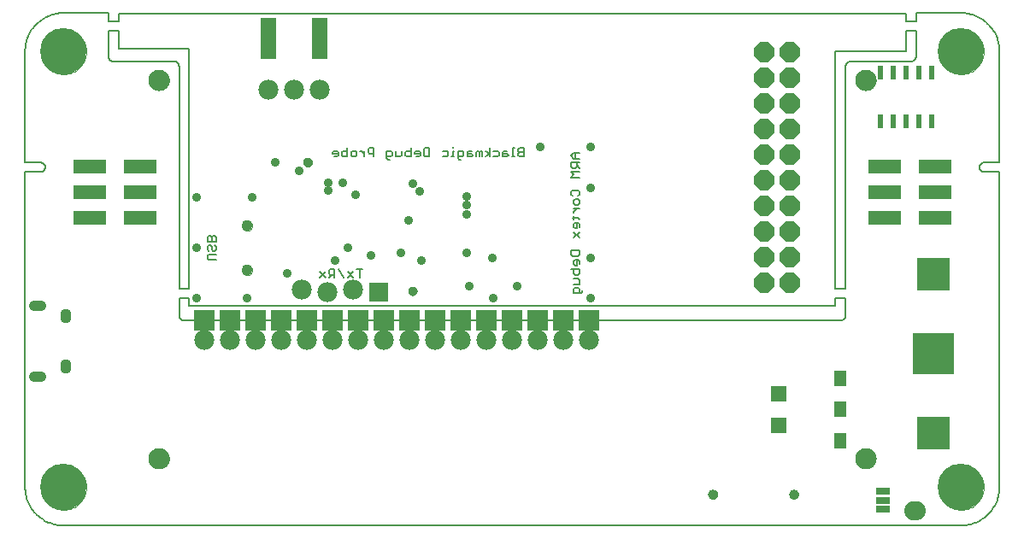
<source format=gbs>
G75*
%MOIN*%
%OFA0B0*%
%FSLAX24Y24*%
%IPPOS*%
%LPD*%
%AMOC8*
5,1,8,0,0,1.08239X$1,22.5*
%
%ADD10C,0.0050*%
%ADD11C,0.0000*%
%ADD12C,0.1811*%
%ADD13C,0.0060*%
%ADD14C,0.0827*%
%ADD15C,0.0310*%
%ADD16C,0.0394*%
%ADD17C,0.0389*%
%ADD18R,0.1599X0.1599*%
%ADD19R,0.1289X0.1289*%
%ADD20C,0.0779*%
%ADD21R,0.0539X0.0289*%
%ADD22R,0.0512X0.0630*%
%ADD23R,0.0630X0.0630*%
%ADD24R,0.0239X0.0539*%
%ADD25OC8,0.0779*%
%ADD26R,0.1299X0.0539*%
%ADD27C,0.0740*%
%ADD28R,0.0639X0.1639*%
%ADD29C,0.0433*%
%ADD30C,0.0374*%
%ADD31R,0.0779X0.0779*%
%ADD32R,0.0789X0.0789*%
%ADD33C,0.0357*%
D10*
X002625Y004169D02*
X037625Y004169D01*
X037701Y004171D01*
X037777Y004177D01*
X037852Y004186D01*
X037927Y004200D01*
X038001Y004217D01*
X038074Y004238D01*
X038146Y004262D01*
X038217Y004291D01*
X038286Y004322D01*
X038353Y004357D01*
X038418Y004396D01*
X038482Y004438D01*
X038543Y004483D01*
X038602Y004531D01*
X038658Y004582D01*
X038712Y004636D01*
X038763Y004692D01*
X038811Y004751D01*
X038856Y004812D01*
X038898Y004876D01*
X038937Y004941D01*
X038972Y005008D01*
X039003Y005077D01*
X039032Y005148D01*
X039056Y005220D01*
X039077Y005293D01*
X039094Y005367D01*
X039108Y005442D01*
X039117Y005517D01*
X039123Y005593D01*
X039125Y005669D01*
X039125Y017976D01*
X038515Y017976D01*
X038490Y017978D01*
X038465Y017983D01*
X038441Y017992D01*
X038419Y018004D01*
X038399Y018019D01*
X038381Y018037D01*
X038366Y018057D01*
X038354Y018079D01*
X038345Y018103D01*
X038340Y018128D01*
X038338Y018153D01*
X038340Y018178D01*
X038345Y018203D01*
X038354Y018227D01*
X038366Y018249D01*
X038381Y018269D01*
X038399Y018287D01*
X038419Y018302D01*
X038441Y018314D01*
X038465Y018323D01*
X038490Y018328D01*
X038515Y018330D01*
X039125Y018330D01*
X039125Y022669D01*
X039123Y022745D01*
X039117Y022821D01*
X039108Y022896D01*
X039094Y022971D01*
X039077Y023045D01*
X039056Y023118D01*
X039032Y023190D01*
X039003Y023261D01*
X038972Y023330D01*
X038937Y023397D01*
X038898Y023462D01*
X038856Y023526D01*
X038811Y023587D01*
X038763Y023646D01*
X038712Y023702D01*
X038658Y023756D01*
X038602Y023807D01*
X038543Y023855D01*
X038482Y023900D01*
X038418Y023942D01*
X038353Y023981D01*
X038286Y024016D01*
X038217Y024047D01*
X038146Y024076D01*
X038074Y024100D01*
X038001Y024121D01*
X037927Y024138D01*
X037852Y024152D01*
X037777Y024161D01*
X037701Y024167D01*
X037625Y024169D01*
X035869Y024169D01*
X035869Y023854D01*
X035475Y023854D01*
X035475Y024149D01*
X004767Y024149D01*
X004767Y023854D01*
X004373Y023854D01*
X004373Y024169D01*
X002625Y024169D01*
X002549Y024167D01*
X002473Y024161D01*
X002398Y024152D01*
X002323Y024138D01*
X002249Y024121D01*
X002176Y024100D01*
X002104Y024076D01*
X002033Y024047D01*
X001964Y024016D01*
X001897Y023981D01*
X001832Y023942D01*
X001768Y023900D01*
X001707Y023855D01*
X001648Y023807D01*
X001592Y023756D01*
X001538Y023702D01*
X001487Y023646D01*
X001439Y023587D01*
X001394Y023526D01*
X001352Y023462D01*
X001313Y023397D01*
X001278Y023330D01*
X001247Y023261D01*
X001218Y023190D01*
X001194Y023118D01*
X001173Y023045D01*
X001156Y022971D01*
X001142Y022896D01*
X001133Y022821D01*
X001127Y022745D01*
X001125Y022669D01*
X001125Y018330D01*
X001735Y018330D01*
X001760Y018328D01*
X001785Y018323D01*
X001809Y018314D01*
X001831Y018302D01*
X001851Y018287D01*
X001869Y018269D01*
X001884Y018249D01*
X001896Y018227D01*
X001905Y018203D01*
X001910Y018178D01*
X001912Y018153D01*
X001910Y018128D01*
X001905Y018103D01*
X001896Y018079D01*
X001884Y018057D01*
X001869Y018037D01*
X001851Y018019D01*
X001831Y018004D01*
X001809Y017992D01*
X001785Y017983D01*
X001760Y017978D01*
X001735Y017976D01*
X001125Y017976D01*
X001125Y005669D01*
X001127Y005593D01*
X001133Y005517D01*
X001142Y005442D01*
X001156Y005367D01*
X001173Y005293D01*
X001194Y005220D01*
X001218Y005148D01*
X001247Y005077D01*
X001278Y005008D01*
X001313Y004941D01*
X001352Y004876D01*
X001394Y004812D01*
X001439Y004751D01*
X001487Y004692D01*
X001538Y004636D01*
X001592Y004582D01*
X001648Y004531D01*
X001707Y004483D01*
X001768Y004438D01*
X001832Y004396D01*
X001897Y004357D01*
X001964Y004322D01*
X002033Y004291D01*
X002104Y004262D01*
X002176Y004238D01*
X002249Y004217D01*
X002323Y004200D01*
X002398Y004186D01*
X002473Y004177D01*
X002549Y004171D01*
X002625Y004169D01*
X007330Y012169D02*
X032920Y012169D01*
X032946Y012171D01*
X032971Y012176D01*
X032995Y012184D01*
X033019Y012195D01*
X033040Y012210D01*
X033059Y012227D01*
X033076Y012246D01*
X033091Y012268D01*
X033102Y012291D01*
X033110Y012315D01*
X033115Y012340D01*
X033117Y012366D01*
X033117Y013027D01*
X032719Y013027D01*
X032719Y012732D01*
X007523Y012732D01*
X007523Y013027D01*
X007133Y013027D01*
X007133Y012366D01*
X007135Y012340D01*
X007140Y012315D01*
X007148Y012291D01*
X007159Y012268D01*
X007174Y012246D01*
X007191Y012227D01*
X007210Y012210D01*
X007232Y012195D01*
X007255Y012184D01*
X007279Y012176D01*
X007304Y012171D01*
X007330Y012169D01*
X007523Y013421D02*
X007133Y013421D01*
X007133Y022082D01*
X007131Y022108D01*
X007126Y022133D01*
X007118Y022157D01*
X007107Y022181D01*
X007092Y022202D01*
X007075Y022221D01*
X007056Y022238D01*
X007035Y022253D01*
X007011Y022264D01*
X006987Y022272D01*
X006962Y022277D01*
X006936Y022279D01*
X004570Y022279D01*
X004544Y022281D01*
X004519Y022286D01*
X004495Y022294D01*
X004472Y022305D01*
X004450Y022320D01*
X004431Y022337D01*
X004414Y022356D01*
X004399Y022378D01*
X004388Y022401D01*
X004380Y022425D01*
X004375Y022450D01*
X004373Y022476D01*
X004373Y023460D01*
X004767Y023460D01*
X004767Y022771D01*
X007523Y022771D01*
X007523Y013421D01*
X032719Y013421D02*
X033117Y013421D01*
X033117Y022082D01*
X033119Y022108D01*
X033124Y022133D01*
X033132Y022157D01*
X033143Y022181D01*
X033158Y022202D01*
X033175Y022221D01*
X033194Y022238D01*
X033216Y022253D01*
X033239Y022264D01*
X033263Y022272D01*
X033288Y022277D01*
X033314Y022279D01*
X035672Y022279D01*
X035698Y022281D01*
X035723Y022286D01*
X035747Y022294D01*
X035771Y022305D01*
X035792Y022320D01*
X035811Y022337D01*
X035828Y022356D01*
X035843Y022378D01*
X035854Y022401D01*
X035862Y022425D01*
X035867Y022450D01*
X035869Y022476D01*
X035869Y023460D01*
X035475Y023460D01*
X035475Y022673D01*
X032719Y022673D01*
X032719Y013421D01*
D11*
X033511Y006787D02*
X033513Y006826D01*
X033519Y006865D01*
X033529Y006903D01*
X033542Y006940D01*
X033559Y006975D01*
X033579Y007009D01*
X033603Y007040D01*
X033630Y007069D01*
X033659Y007095D01*
X033691Y007118D01*
X033725Y007138D01*
X033761Y007154D01*
X033798Y007166D01*
X033837Y007175D01*
X033876Y007180D01*
X033915Y007181D01*
X033954Y007178D01*
X033993Y007171D01*
X034030Y007160D01*
X034067Y007146D01*
X034102Y007128D01*
X034135Y007107D01*
X034166Y007082D01*
X034194Y007055D01*
X034219Y007025D01*
X034241Y006992D01*
X034260Y006958D01*
X034275Y006922D01*
X034287Y006884D01*
X034295Y006846D01*
X034299Y006807D01*
X034299Y006767D01*
X034295Y006728D01*
X034287Y006690D01*
X034275Y006652D01*
X034260Y006616D01*
X034241Y006582D01*
X034219Y006549D01*
X034194Y006519D01*
X034166Y006492D01*
X034135Y006467D01*
X034102Y006446D01*
X034067Y006428D01*
X034030Y006414D01*
X033993Y006403D01*
X033954Y006396D01*
X033915Y006393D01*
X033876Y006394D01*
X033837Y006399D01*
X033798Y006408D01*
X033761Y006420D01*
X033725Y006436D01*
X033691Y006456D01*
X033659Y006479D01*
X033630Y006505D01*
X033603Y006534D01*
X033579Y006565D01*
X033559Y006599D01*
X033542Y006634D01*
X033529Y006671D01*
X033519Y006709D01*
X033513Y006748D01*
X033511Y006787D01*
X030926Y005387D02*
X030928Y005413D01*
X030934Y005439D01*
X030943Y005463D01*
X030956Y005486D01*
X030973Y005506D01*
X030992Y005524D01*
X031014Y005539D01*
X031037Y005550D01*
X031062Y005558D01*
X031088Y005562D01*
X031114Y005562D01*
X031140Y005558D01*
X031165Y005550D01*
X031189Y005539D01*
X031210Y005524D01*
X031229Y005506D01*
X031246Y005486D01*
X031259Y005463D01*
X031268Y005439D01*
X031274Y005413D01*
X031276Y005387D01*
X031274Y005361D01*
X031268Y005335D01*
X031259Y005311D01*
X031246Y005288D01*
X031229Y005268D01*
X031210Y005250D01*
X031188Y005235D01*
X031165Y005224D01*
X031140Y005216D01*
X031114Y005212D01*
X031088Y005212D01*
X031062Y005216D01*
X031037Y005224D01*
X031013Y005235D01*
X030992Y005250D01*
X030973Y005268D01*
X030956Y005288D01*
X030943Y005311D01*
X030934Y005335D01*
X030928Y005361D01*
X030926Y005387D01*
X027776Y005387D02*
X027778Y005413D01*
X027784Y005439D01*
X027793Y005463D01*
X027806Y005486D01*
X027823Y005506D01*
X027842Y005524D01*
X027864Y005539D01*
X027887Y005550D01*
X027912Y005558D01*
X027938Y005562D01*
X027964Y005562D01*
X027990Y005558D01*
X028015Y005550D01*
X028039Y005539D01*
X028060Y005524D01*
X028079Y005506D01*
X028096Y005486D01*
X028109Y005463D01*
X028118Y005439D01*
X028124Y005413D01*
X028126Y005387D01*
X028124Y005361D01*
X028118Y005335D01*
X028109Y005311D01*
X028096Y005288D01*
X028079Y005268D01*
X028060Y005250D01*
X028038Y005235D01*
X028015Y005224D01*
X027990Y005216D01*
X027964Y005212D01*
X027938Y005212D01*
X027912Y005216D01*
X027887Y005224D01*
X027863Y005235D01*
X027842Y005250D01*
X027823Y005268D01*
X027806Y005288D01*
X027793Y005311D01*
X027784Y005335D01*
X027778Y005361D01*
X027776Y005387D01*
X036739Y005669D02*
X036741Y005728D01*
X036747Y005787D01*
X036757Y005845D01*
X036770Y005903D01*
X036788Y005960D01*
X036809Y006015D01*
X036834Y006069D01*
X036863Y006121D01*
X036895Y006170D01*
X036930Y006218D01*
X036968Y006263D01*
X037009Y006306D01*
X037053Y006346D01*
X037099Y006382D01*
X037148Y006416D01*
X037199Y006446D01*
X037252Y006473D01*
X037307Y006496D01*
X037362Y006515D01*
X037420Y006531D01*
X037478Y006543D01*
X037536Y006551D01*
X037595Y006555D01*
X037655Y006555D01*
X037714Y006551D01*
X037772Y006543D01*
X037830Y006531D01*
X037888Y006515D01*
X037943Y006496D01*
X037998Y006473D01*
X038051Y006446D01*
X038102Y006416D01*
X038151Y006382D01*
X038197Y006346D01*
X038241Y006306D01*
X038282Y006263D01*
X038320Y006218D01*
X038355Y006170D01*
X038387Y006121D01*
X038416Y006069D01*
X038441Y006015D01*
X038462Y005960D01*
X038480Y005903D01*
X038493Y005845D01*
X038503Y005787D01*
X038509Y005728D01*
X038511Y005669D01*
X038509Y005610D01*
X038503Y005551D01*
X038493Y005493D01*
X038480Y005435D01*
X038462Y005378D01*
X038441Y005323D01*
X038416Y005269D01*
X038387Y005217D01*
X038355Y005168D01*
X038320Y005120D01*
X038282Y005075D01*
X038241Y005032D01*
X038197Y004992D01*
X038151Y004956D01*
X038102Y004922D01*
X038051Y004892D01*
X037998Y004865D01*
X037943Y004842D01*
X037888Y004823D01*
X037830Y004807D01*
X037772Y004795D01*
X037714Y004787D01*
X037655Y004783D01*
X037595Y004783D01*
X037536Y004787D01*
X037478Y004795D01*
X037420Y004807D01*
X037362Y004823D01*
X037307Y004842D01*
X037252Y004865D01*
X037199Y004892D01*
X037148Y004922D01*
X037099Y004956D01*
X037053Y004992D01*
X037009Y005032D01*
X036968Y005075D01*
X036930Y005120D01*
X036895Y005168D01*
X036863Y005217D01*
X036834Y005269D01*
X036809Y005323D01*
X036788Y005378D01*
X036770Y005435D01*
X036757Y005493D01*
X036747Y005551D01*
X036741Y005610D01*
X036739Y005669D01*
X016066Y013322D02*
X016068Y013347D01*
X016074Y013372D01*
X016083Y013396D01*
X016096Y013418D01*
X016113Y013438D01*
X016132Y013455D01*
X016153Y013469D01*
X016177Y013479D01*
X016201Y013486D01*
X016227Y013489D01*
X016252Y013488D01*
X016277Y013483D01*
X016301Y013474D01*
X016324Y013462D01*
X016344Y013447D01*
X016362Y013428D01*
X016377Y013407D01*
X016388Y013384D01*
X016396Y013360D01*
X016400Y013335D01*
X016400Y013309D01*
X016396Y013284D01*
X016388Y013260D01*
X016377Y013237D01*
X016362Y013216D01*
X016344Y013197D01*
X016324Y013182D01*
X016301Y013170D01*
X016277Y013161D01*
X016252Y013156D01*
X016227Y013155D01*
X016201Y013158D01*
X016177Y013165D01*
X016153Y013175D01*
X016132Y013189D01*
X016113Y013206D01*
X016096Y013226D01*
X016083Y013248D01*
X016074Y013272D01*
X016068Y013297D01*
X016066Y013322D01*
X009589Y014129D02*
X009591Y014156D01*
X009597Y014183D01*
X009606Y014209D01*
X009619Y014233D01*
X009635Y014256D01*
X009654Y014275D01*
X009676Y014292D01*
X009700Y014306D01*
X009725Y014316D01*
X009752Y014323D01*
X009779Y014326D01*
X009807Y014325D01*
X009834Y014320D01*
X009860Y014312D01*
X009884Y014300D01*
X009907Y014284D01*
X009928Y014266D01*
X009945Y014245D01*
X009960Y014221D01*
X009971Y014196D01*
X009979Y014170D01*
X009983Y014143D01*
X009983Y014115D01*
X009979Y014088D01*
X009971Y014062D01*
X009960Y014037D01*
X009945Y014013D01*
X009928Y013992D01*
X009907Y013974D01*
X009885Y013958D01*
X009860Y013946D01*
X009834Y013938D01*
X009807Y013933D01*
X009779Y013932D01*
X009752Y013935D01*
X009725Y013942D01*
X009700Y013952D01*
X009676Y013966D01*
X009654Y013983D01*
X009635Y014002D01*
X009619Y014025D01*
X009606Y014049D01*
X009597Y014075D01*
X009591Y014102D01*
X009589Y014129D01*
X009589Y015862D02*
X009591Y015889D01*
X009597Y015916D01*
X009606Y015942D01*
X009619Y015966D01*
X009635Y015989D01*
X009654Y016008D01*
X009676Y016025D01*
X009700Y016039D01*
X009725Y016049D01*
X009752Y016056D01*
X009779Y016059D01*
X009807Y016058D01*
X009834Y016053D01*
X009860Y016045D01*
X009884Y016033D01*
X009907Y016017D01*
X009928Y015999D01*
X009945Y015978D01*
X009960Y015954D01*
X009971Y015929D01*
X009979Y015903D01*
X009983Y015876D01*
X009983Y015848D01*
X009979Y015821D01*
X009971Y015795D01*
X009960Y015770D01*
X009945Y015746D01*
X009928Y015725D01*
X009907Y015707D01*
X009885Y015691D01*
X009860Y015679D01*
X009834Y015671D01*
X009807Y015666D01*
X009779Y015665D01*
X009752Y015668D01*
X009725Y015675D01*
X009700Y015685D01*
X009676Y015699D01*
X009654Y015716D01*
X009635Y015735D01*
X009619Y015758D01*
X009606Y015782D01*
X009597Y015808D01*
X009591Y015835D01*
X009589Y015862D01*
X011982Y018342D02*
X011984Y018367D01*
X011990Y018392D01*
X011999Y018416D01*
X012012Y018438D01*
X012029Y018458D01*
X012048Y018475D01*
X012069Y018489D01*
X012093Y018499D01*
X012117Y018506D01*
X012143Y018509D01*
X012168Y018508D01*
X012193Y018503D01*
X012217Y018494D01*
X012240Y018482D01*
X012260Y018467D01*
X012278Y018448D01*
X012293Y018427D01*
X012304Y018404D01*
X012312Y018380D01*
X012316Y018355D01*
X012316Y018329D01*
X012312Y018304D01*
X012304Y018280D01*
X012293Y018257D01*
X012278Y018236D01*
X012260Y018217D01*
X012240Y018202D01*
X012217Y018190D01*
X012193Y018181D01*
X012168Y018176D01*
X012143Y018175D01*
X012117Y018178D01*
X012093Y018185D01*
X012069Y018195D01*
X012048Y018209D01*
X012029Y018226D01*
X012012Y018246D01*
X011999Y018268D01*
X011990Y018292D01*
X011984Y018317D01*
X011982Y018342D01*
X005951Y021551D02*
X005953Y021590D01*
X005959Y021629D01*
X005969Y021667D01*
X005982Y021704D01*
X005999Y021739D01*
X006019Y021773D01*
X006043Y021804D01*
X006070Y021833D01*
X006099Y021859D01*
X006131Y021882D01*
X006165Y021902D01*
X006201Y021918D01*
X006238Y021930D01*
X006277Y021939D01*
X006316Y021944D01*
X006355Y021945D01*
X006394Y021942D01*
X006433Y021935D01*
X006470Y021924D01*
X006507Y021910D01*
X006542Y021892D01*
X006575Y021871D01*
X006606Y021846D01*
X006634Y021819D01*
X006659Y021789D01*
X006681Y021756D01*
X006700Y021722D01*
X006715Y021686D01*
X006727Y021648D01*
X006735Y021610D01*
X006739Y021571D01*
X006739Y021531D01*
X006735Y021492D01*
X006727Y021454D01*
X006715Y021416D01*
X006700Y021380D01*
X006681Y021346D01*
X006659Y021313D01*
X006634Y021283D01*
X006606Y021256D01*
X006575Y021231D01*
X006542Y021210D01*
X006507Y021192D01*
X006470Y021178D01*
X006433Y021167D01*
X006394Y021160D01*
X006355Y021157D01*
X006316Y021158D01*
X006277Y021163D01*
X006238Y021172D01*
X006201Y021184D01*
X006165Y021200D01*
X006131Y021220D01*
X006099Y021243D01*
X006070Y021269D01*
X006043Y021298D01*
X006019Y021329D01*
X005999Y021363D01*
X005982Y021398D01*
X005969Y021435D01*
X005959Y021473D01*
X005953Y021512D01*
X005951Y021551D01*
X001739Y022669D02*
X001741Y022728D01*
X001747Y022787D01*
X001757Y022845D01*
X001770Y022903D01*
X001788Y022960D01*
X001809Y023015D01*
X001834Y023069D01*
X001863Y023121D01*
X001895Y023170D01*
X001930Y023218D01*
X001968Y023263D01*
X002009Y023306D01*
X002053Y023346D01*
X002099Y023382D01*
X002148Y023416D01*
X002199Y023446D01*
X002252Y023473D01*
X002307Y023496D01*
X002362Y023515D01*
X002420Y023531D01*
X002478Y023543D01*
X002536Y023551D01*
X002595Y023555D01*
X002655Y023555D01*
X002714Y023551D01*
X002772Y023543D01*
X002830Y023531D01*
X002888Y023515D01*
X002943Y023496D01*
X002998Y023473D01*
X003051Y023446D01*
X003102Y023416D01*
X003151Y023382D01*
X003197Y023346D01*
X003241Y023306D01*
X003282Y023263D01*
X003320Y023218D01*
X003355Y023170D01*
X003387Y023121D01*
X003416Y023069D01*
X003441Y023015D01*
X003462Y022960D01*
X003480Y022903D01*
X003493Y022845D01*
X003503Y022787D01*
X003509Y022728D01*
X003511Y022669D01*
X003509Y022610D01*
X003503Y022551D01*
X003493Y022493D01*
X003480Y022435D01*
X003462Y022378D01*
X003441Y022323D01*
X003416Y022269D01*
X003387Y022217D01*
X003355Y022168D01*
X003320Y022120D01*
X003282Y022075D01*
X003241Y022032D01*
X003197Y021992D01*
X003151Y021956D01*
X003102Y021922D01*
X003051Y021892D01*
X002998Y021865D01*
X002943Y021842D01*
X002888Y021823D01*
X002830Y021807D01*
X002772Y021795D01*
X002714Y021787D01*
X002655Y021783D01*
X002595Y021783D01*
X002536Y021787D01*
X002478Y021795D01*
X002420Y021807D01*
X002362Y021823D01*
X002307Y021842D01*
X002252Y021865D01*
X002199Y021892D01*
X002148Y021922D01*
X002099Y021956D01*
X002053Y021992D01*
X002009Y022032D01*
X001968Y022075D01*
X001930Y022120D01*
X001895Y022168D01*
X001863Y022217D01*
X001834Y022269D01*
X001809Y022323D01*
X001788Y022378D01*
X001770Y022435D01*
X001757Y022493D01*
X001747Y022551D01*
X001741Y022610D01*
X001739Y022669D01*
X005951Y006787D02*
X005953Y006826D01*
X005959Y006865D01*
X005969Y006903D01*
X005982Y006940D01*
X005999Y006975D01*
X006019Y007009D01*
X006043Y007040D01*
X006070Y007069D01*
X006099Y007095D01*
X006131Y007118D01*
X006165Y007138D01*
X006201Y007154D01*
X006238Y007166D01*
X006277Y007175D01*
X006316Y007180D01*
X006355Y007181D01*
X006394Y007178D01*
X006433Y007171D01*
X006470Y007160D01*
X006507Y007146D01*
X006542Y007128D01*
X006575Y007107D01*
X006606Y007082D01*
X006634Y007055D01*
X006659Y007025D01*
X006681Y006992D01*
X006700Y006958D01*
X006715Y006922D01*
X006727Y006884D01*
X006735Y006846D01*
X006739Y006807D01*
X006739Y006767D01*
X006735Y006728D01*
X006727Y006690D01*
X006715Y006652D01*
X006700Y006616D01*
X006681Y006582D01*
X006659Y006549D01*
X006634Y006519D01*
X006606Y006492D01*
X006575Y006467D01*
X006542Y006446D01*
X006507Y006428D01*
X006470Y006414D01*
X006433Y006403D01*
X006394Y006396D01*
X006355Y006393D01*
X006316Y006394D01*
X006277Y006399D01*
X006238Y006408D01*
X006201Y006420D01*
X006165Y006436D01*
X006131Y006456D01*
X006099Y006479D01*
X006070Y006505D01*
X006043Y006534D01*
X006019Y006565D01*
X005999Y006599D01*
X005982Y006634D01*
X005969Y006671D01*
X005959Y006709D01*
X005953Y006748D01*
X005951Y006787D01*
X001739Y005669D02*
X001741Y005728D01*
X001747Y005787D01*
X001757Y005845D01*
X001770Y005903D01*
X001788Y005960D01*
X001809Y006015D01*
X001834Y006069D01*
X001863Y006121D01*
X001895Y006170D01*
X001930Y006218D01*
X001968Y006263D01*
X002009Y006306D01*
X002053Y006346D01*
X002099Y006382D01*
X002148Y006416D01*
X002199Y006446D01*
X002252Y006473D01*
X002307Y006496D01*
X002362Y006515D01*
X002420Y006531D01*
X002478Y006543D01*
X002536Y006551D01*
X002595Y006555D01*
X002655Y006555D01*
X002714Y006551D01*
X002772Y006543D01*
X002830Y006531D01*
X002888Y006515D01*
X002943Y006496D01*
X002998Y006473D01*
X003051Y006446D01*
X003102Y006416D01*
X003151Y006382D01*
X003197Y006346D01*
X003241Y006306D01*
X003282Y006263D01*
X003320Y006218D01*
X003355Y006170D01*
X003387Y006121D01*
X003416Y006069D01*
X003441Y006015D01*
X003462Y005960D01*
X003480Y005903D01*
X003493Y005845D01*
X003503Y005787D01*
X003509Y005728D01*
X003511Y005669D01*
X003509Y005610D01*
X003503Y005551D01*
X003493Y005493D01*
X003480Y005435D01*
X003462Y005378D01*
X003441Y005323D01*
X003416Y005269D01*
X003387Y005217D01*
X003355Y005168D01*
X003320Y005120D01*
X003282Y005075D01*
X003241Y005032D01*
X003197Y004992D01*
X003151Y004956D01*
X003102Y004922D01*
X003051Y004892D01*
X002998Y004865D01*
X002943Y004842D01*
X002888Y004823D01*
X002830Y004807D01*
X002772Y004795D01*
X002714Y004787D01*
X002655Y004783D01*
X002595Y004783D01*
X002536Y004787D01*
X002478Y004795D01*
X002420Y004807D01*
X002362Y004823D01*
X002307Y004842D01*
X002252Y004865D01*
X002199Y004892D01*
X002148Y004922D01*
X002099Y004956D01*
X002053Y004992D01*
X002009Y005032D01*
X001968Y005075D01*
X001930Y005120D01*
X001895Y005168D01*
X001863Y005217D01*
X001834Y005269D01*
X001809Y005323D01*
X001788Y005378D01*
X001770Y005435D01*
X001757Y005493D01*
X001747Y005551D01*
X001741Y005610D01*
X001739Y005669D01*
X033511Y021551D02*
X033513Y021590D01*
X033519Y021629D01*
X033529Y021667D01*
X033542Y021704D01*
X033559Y021739D01*
X033579Y021773D01*
X033603Y021804D01*
X033630Y021833D01*
X033659Y021859D01*
X033691Y021882D01*
X033725Y021902D01*
X033761Y021918D01*
X033798Y021930D01*
X033837Y021939D01*
X033876Y021944D01*
X033915Y021945D01*
X033954Y021942D01*
X033993Y021935D01*
X034030Y021924D01*
X034067Y021910D01*
X034102Y021892D01*
X034135Y021871D01*
X034166Y021846D01*
X034194Y021819D01*
X034219Y021789D01*
X034241Y021756D01*
X034260Y021722D01*
X034275Y021686D01*
X034287Y021648D01*
X034295Y021610D01*
X034299Y021571D01*
X034299Y021531D01*
X034295Y021492D01*
X034287Y021454D01*
X034275Y021416D01*
X034260Y021380D01*
X034241Y021346D01*
X034219Y021313D01*
X034194Y021283D01*
X034166Y021256D01*
X034135Y021231D01*
X034102Y021210D01*
X034067Y021192D01*
X034030Y021178D01*
X033993Y021167D01*
X033954Y021160D01*
X033915Y021157D01*
X033876Y021158D01*
X033837Y021163D01*
X033798Y021172D01*
X033761Y021184D01*
X033725Y021200D01*
X033691Y021220D01*
X033659Y021243D01*
X033630Y021269D01*
X033603Y021298D01*
X033579Y021329D01*
X033559Y021363D01*
X033542Y021398D01*
X033529Y021435D01*
X033519Y021473D01*
X033513Y021512D01*
X033511Y021551D01*
X036739Y022669D02*
X036741Y022728D01*
X036747Y022787D01*
X036757Y022845D01*
X036770Y022903D01*
X036788Y022960D01*
X036809Y023015D01*
X036834Y023069D01*
X036863Y023121D01*
X036895Y023170D01*
X036930Y023218D01*
X036968Y023263D01*
X037009Y023306D01*
X037053Y023346D01*
X037099Y023382D01*
X037148Y023416D01*
X037199Y023446D01*
X037252Y023473D01*
X037307Y023496D01*
X037362Y023515D01*
X037420Y023531D01*
X037478Y023543D01*
X037536Y023551D01*
X037595Y023555D01*
X037655Y023555D01*
X037714Y023551D01*
X037772Y023543D01*
X037830Y023531D01*
X037888Y023515D01*
X037943Y023496D01*
X037998Y023473D01*
X038051Y023446D01*
X038102Y023416D01*
X038151Y023382D01*
X038197Y023346D01*
X038241Y023306D01*
X038282Y023263D01*
X038320Y023218D01*
X038355Y023170D01*
X038387Y023121D01*
X038416Y023069D01*
X038441Y023015D01*
X038462Y022960D01*
X038480Y022903D01*
X038493Y022845D01*
X038503Y022787D01*
X038509Y022728D01*
X038511Y022669D01*
X038509Y022610D01*
X038503Y022551D01*
X038493Y022493D01*
X038480Y022435D01*
X038462Y022378D01*
X038441Y022323D01*
X038416Y022269D01*
X038387Y022217D01*
X038355Y022168D01*
X038320Y022120D01*
X038282Y022075D01*
X038241Y022032D01*
X038197Y021992D01*
X038151Y021956D01*
X038102Y021922D01*
X038051Y021892D01*
X037998Y021865D01*
X037943Y021842D01*
X037888Y021823D01*
X037830Y021807D01*
X037772Y021795D01*
X037714Y021787D01*
X037655Y021783D01*
X037595Y021783D01*
X037536Y021787D01*
X037478Y021795D01*
X037420Y021807D01*
X037362Y021823D01*
X037307Y021842D01*
X037252Y021865D01*
X037199Y021892D01*
X037148Y021922D01*
X037099Y021956D01*
X037053Y021992D01*
X037009Y022032D01*
X036968Y022075D01*
X036930Y022120D01*
X036895Y022168D01*
X036863Y022217D01*
X036834Y022269D01*
X036809Y022323D01*
X036788Y022378D01*
X036770Y022435D01*
X036757Y022493D01*
X036747Y022551D01*
X036741Y022610D01*
X036739Y022669D01*
D12*
X037625Y022669D03*
X037625Y005669D03*
X002625Y005669D03*
X002625Y022669D03*
D13*
X008297Y015476D02*
X008242Y015421D01*
X008242Y015254D01*
X008576Y015254D01*
X008576Y015421D01*
X008520Y015476D01*
X008464Y015476D01*
X008409Y015421D01*
X008409Y015254D01*
X008353Y015114D02*
X008297Y015114D01*
X008242Y015058D01*
X008242Y014947D01*
X008297Y014891D01*
X008409Y014947D02*
X008409Y015058D01*
X008353Y015114D01*
X008520Y015114D02*
X008576Y015058D01*
X008576Y014947D01*
X008520Y014891D01*
X008464Y014891D01*
X008409Y014947D01*
X008297Y014751D02*
X008242Y014696D01*
X008242Y014584D01*
X008297Y014529D01*
X008576Y014529D01*
X008576Y014751D02*
X008297Y014751D01*
X008409Y015421D02*
X008353Y015476D01*
X008297Y015476D01*
X012611Y014067D02*
X012834Y013844D01*
X012974Y013844D02*
X013085Y013956D01*
X013029Y013956D02*
X013196Y013956D01*
X013196Y013844D02*
X013196Y014178D01*
X013029Y014178D01*
X012974Y014123D01*
X012974Y014011D01*
X013029Y013956D01*
X012834Y014067D02*
X012611Y013844D01*
X013336Y014178D02*
X013559Y013844D01*
X013699Y013844D02*
X013921Y014067D01*
X014061Y014178D02*
X014284Y014178D01*
X014173Y014178D02*
X014173Y013844D01*
X013921Y013844D02*
X013699Y014067D01*
X013695Y018569D02*
X013528Y018569D01*
X013473Y018625D01*
X013473Y018736D01*
X013528Y018792D01*
X013695Y018792D01*
X013695Y018903D02*
X013695Y018569D01*
X013835Y018625D02*
X013835Y018736D01*
X013891Y018792D01*
X014002Y018792D01*
X014058Y018736D01*
X014058Y018625D01*
X014002Y018569D01*
X013891Y018569D01*
X013835Y018625D01*
X014193Y018792D02*
X014249Y018792D01*
X014360Y018680D01*
X014360Y018569D02*
X014360Y018792D01*
X014500Y018847D02*
X014500Y018736D01*
X014556Y018680D01*
X014723Y018680D01*
X014723Y018569D02*
X014723Y018903D01*
X014556Y018903D01*
X014500Y018847D01*
X015225Y018792D02*
X015225Y018513D01*
X015281Y018458D01*
X015336Y018458D01*
X015392Y018569D02*
X015225Y018569D01*
X015392Y018569D02*
X015448Y018625D01*
X015448Y018736D01*
X015392Y018792D01*
X015225Y018792D01*
X015587Y018792D02*
X015587Y018569D01*
X015754Y018569D01*
X015810Y018625D01*
X015810Y018792D01*
X015950Y018736D02*
X016006Y018792D01*
X016173Y018792D01*
X016173Y018903D02*
X016173Y018569D01*
X016006Y018569D01*
X015950Y018625D01*
X015950Y018736D01*
X016312Y018736D02*
X016312Y018680D01*
X016535Y018680D01*
X016535Y018625D02*
X016535Y018736D01*
X016479Y018792D01*
X016368Y018792D01*
X016312Y018736D01*
X016368Y018569D02*
X016479Y018569D01*
X016535Y018625D01*
X016675Y018625D02*
X016675Y018847D01*
X016731Y018903D01*
X016898Y018903D01*
X016898Y018569D01*
X016731Y018569D01*
X016675Y018625D01*
X017400Y018569D02*
X017567Y018569D01*
X017623Y018625D01*
X017623Y018736D01*
X017567Y018792D01*
X017400Y018792D01*
X017809Y018792D02*
X017809Y018569D01*
X017864Y018569D02*
X017753Y018569D01*
X017809Y018792D02*
X017864Y018792D01*
X017809Y018903D02*
X017809Y018959D01*
X018004Y018792D02*
X018171Y018792D01*
X018227Y018736D01*
X018227Y018625D01*
X018171Y018569D01*
X018004Y018569D01*
X018004Y018513D02*
X018004Y018792D01*
X018004Y018513D02*
X018060Y018458D01*
X018116Y018458D01*
X018367Y018569D02*
X018534Y018569D01*
X018589Y018625D01*
X018534Y018680D01*
X018367Y018680D01*
X018367Y018736D02*
X018367Y018569D01*
X018367Y018736D02*
X018422Y018792D01*
X018534Y018792D01*
X018729Y018736D02*
X018729Y018569D01*
X018841Y018569D02*
X018841Y018736D01*
X018785Y018792D01*
X018729Y018736D01*
X018841Y018736D02*
X018896Y018792D01*
X018952Y018792D01*
X018952Y018569D01*
X019087Y018569D02*
X019254Y018680D01*
X019087Y018792D01*
X019254Y018903D02*
X019254Y018569D01*
X019394Y018569D02*
X019561Y018569D01*
X019616Y018625D01*
X019616Y018736D01*
X019561Y018792D01*
X019394Y018792D01*
X019756Y018736D02*
X019756Y018569D01*
X019923Y018569D01*
X019979Y018625D01*
X019923Y018680D01*
X019756Y018680D01*
X019756Y018736D02*
X019812Y018792D01*
X019923Y018792D01*
X020165Y018903D02*
X020165Y018569D01*
X020221Y018569D02*
X020109Y018569D01*
X020361Y018625D02*
X020416Y018569D01*
X020583Y018569D01*
X020583Y018903D01*
X020416Y018903D01*
X020361Y018847D01*
X020361Y018792D01*
X020416Y018736D01*
X020583Y018736D01*
X020416Y018736D02*
X020361Y018680D01*
X020361Y018625D01*
X020221Y018903D02*
X020165Y018903D01*
X022415Y018594D02*
X022526Y018483D01*
X022749Y018483D01*
X022749Y018343D02*
X022415Y018343D01*
X022415Y018176D01*
X022470Y018121D01*
X022582Y018121D01*
X022637Y018176D01*
X022637Y018343D01*
X022637Y018232D02*
X022749Y018121D01*
X022749Y017981D02*
X022415Y017981D01*
X022526Y017869D01*
X022415Y017758D01*
X022749Y017758D01*
X022693Y017256D02*
X022749Y017200D01*
X022749Y017089D01*
X022693Y017033D01*
X022693Y016893D02*
X022749Y016837D01*
X022749Y016726D01*
X022693Y016670D01*
X022582Y016670D01*
X022526Y016726D01*
X022526Y016837D01*
X022582Y016893D01*
X022693Y016893D01*
X022470Y017033D02*
X022415Y017089D01*
X022415Y017200D01*
X022470Y017256D01*
X022693Y017256D01*
X022749Y016531D02*
X022526Y016531D01*
X022637Y016531D02*
X022526Y016419D01*
X022526Y016364D01*
X022526Y016229D02*
X022526Y016117D01*
X022470Y016173D02*
X022693Y016173D01*
X022749Y016117D01*
X022693Y015987D02*
X022582Y015987D01*
X022526Y015931D01*
X022526Y015820D01*
X022582Y015764D01*
X022637Y015764D01*
X022637Y015987D01*
X022693Y015987D02*
X022749Y015931D01*
X022749Y015820D01*
X022749Y015624D02*
X022526Y015402D01*
X022526Y015624D02*
X022749Y015402D01*
X022749Y014899D02*
X022749Y014732D01*
X022693Y014677D01*
X022470Y014677D01*
X022415Y014732D01*
X022415Y014899D01*
X022749Y014899D01*
X022693Y014537D02*
X022582Y014537D01*
X022526Y014481D01*
X022526Y014370D01*
X022582Y014314D01*
X022637Y014314D01*
X022637Y014537D01*
X022693Y014537D02*
X022749Y014481D01*
X022749Y014370D01*
X022749Y014174D02*
X022749Y014007D01*
X022693Y013952D01*
X022582Y013952D01*
X022526Y014007D01*
X022526Y014174D01*
X022415Y014174D02*
X022749Y014174D01*
X022693Y013812D02*
X022749Y013756D01*
X022749Y013589D01*
X022526Y013589D01*
X022582Y013449D02*
X022693Y013449D01*
X022749Y013394D01*
X022749Y013227D01*
X022804Y013227D02*
X022526Y013227D01*
X022526Y013394D01*
X022582Y013449D01*
X022860Y013338D02*
X022860Y013282D01*
X022804Y013227D01*
X022693Y013812D02*
X022526Y013812D01*
X022582Y018483D02*
X022582Y018706D01*
X022526Y018706D02*
X022415Y018594D01*
X022526Y018706D02*
X022749Y018706D01*
X013333Y018680D02*
X013110Y018680D01*
X013110Y018736D01*
X013166Y018792D01*
X013277Y018792D01*
X013333Y018736D01*
X013333Y018625D01*
X013277Y018569D01*
X013166Y018569D01*
D14*
X006345Y021551D03*
X006345Y006787D03*
X033905Y006787D03*
X033905Y021551D03*
D15*
X002637Y012463D02*
X002637Y012243D01*
X002637Y012463D02*
X002739Y012463D01*
X002739Y012243D01*
X002637Y012243D01*
X002637Y010495D02*
X002637Y010275D01*
X002637Y010495D02*
X002739Y010495D01*
X002739Y010275D01*
X002637Y010275D01*
D16*
X001753Y009991D02*
X001497Y009991D01*
X001497Y012747D02*
X001753Y012747D01*
D17*
X027951Y005387D03*
X031101Y005387D03*
D18*
X036558Y010862D03*
D19*
X036558Y013962D03*
X036558Y007762D03*
D20*
X023125Y011419D03*
X022125Y011419D03*
X021125Y011419D03*
X020125Y011419D03*
X019125Y011419D03*
X018125Y011419D03*
X017125Y011419D03*
X016125Y011419D03*
X015125Y011419D03*
X014125Y011419D03*
X013125Y011419D03*
X012125Y011419D03*
X011125Y011419D03*
X010125Y011419D03*
X009125Y011419D03*
X008125Y011419D03*
X011905Y013372D03*
X012905Y013272D03*
X013905Y013372D03*
X012625Y021169D03*
X011625Y021169D03*
X010625Y021169D03*
D21*
X034590Y005503D03*
X034590Y005153D03*
X034590Y004803D03*
D22*
X032905Y007476D03*
X032905Y008696D03*
X032905Y009917D03*
D23*
X030503Y009307D03*
X030503Y008086D03*
D24*
X034475Y019951D03*
X034975Y019951D03*
X035475Y019951D03*
X035975Y019951D03*
X036475Y019951D03*
X036475Y021851D03*
X035975Y021851D03*
X035475Y021851D03*
X034975Y021851D03*
X034475Y021851D03*
D25*
X030956Y021645D03*
X029956Y021645D03*
X029956Y020645D03*
X030956Y020645D03*
X030956Y019645D03*
X029956Y019645D03*
X029956Y018645D03*
X030956Y018645D03*
X030956Y017645D03*
X029956Y017645D03*
X029956Y016645D03*
X030956Y016645D03*
X030956Y015645D03*
X029956Y015645D03*
X029956Y014645D03*
X030956Y014645D03*
X030956Y013645D03*
X029956Y013645D03*
X029956Y022645D03*
X030956Y022645D03*
D26*
X034633Y018169D03*
X034633Y017169D03*
X034633Y016169D03*
X036617Y016169D03*
X036617Y017169D03*
X036617Y018169D03*
X005617Y018169D03*
X005617Y017169D03*
X005617Y016169D03*
X003633Y016169D03*
X003633Y017169D03*
X003633Y018169D03*
D27*
X035771Y004759D03*
X035869Y004759D03*
D28*
X012625Y023169D03*
X010625Y023169D03*
D29*
X009786Y015862D03*
X009786Y014129D03*
D30*
X012149Y018342D03*
X016233Y013322D03*
D31*
X014905Y013272D03*
D32*
X015125Y012169D03*
X014125Y012169D03*
X013125Y012169D03*
X012125Y012169D03*
X011125Y012169D03*
X010125Y012169D03*
X009125Y012169D03*
X008125Y012169D03*
X016125Y012169D03*
X017125Y012169D03*
X018125Y012169D03*
X019125Y012169D03*
X020125Y012169D03*
X021125Y012169D03*
X022125Y012169D03*
X023125Y012169D03*
D33*
X023172Y013027D03*
X023172Y014602D03*
X020318Y013519D03*
X019383Y013027D03*
X018448Y013519D03*
X018349Y014799D03*
X019334Y014602D03*
X018349Y016324D03*
X018349Y016669D03*
X018349Y017013D03*
X016529Y017210D03*
X016233Y017505D03*
X016086Y016078D03*
X015790Y014799D03*
X016578Y014503D03*
X014609Y014700D03*
X013723Y014996D03*
X013231Y014503D03*
X011361Y014011D03*
X009786Y013027D03*
X007818Y013027D03*
X007818Y014996D03*
X007818Y016964D03*
X009983Y016964D03*
X010869Y018342D03*
X011804Y017998D03*
X012936Y017555D03*
X012936Y017259D03*
X013527Y017555D03*
X014019Y017062D03*
X021204Y018933D03*
X023172Y018933D03*
X023172Y017358D03*
M02*

</source>
